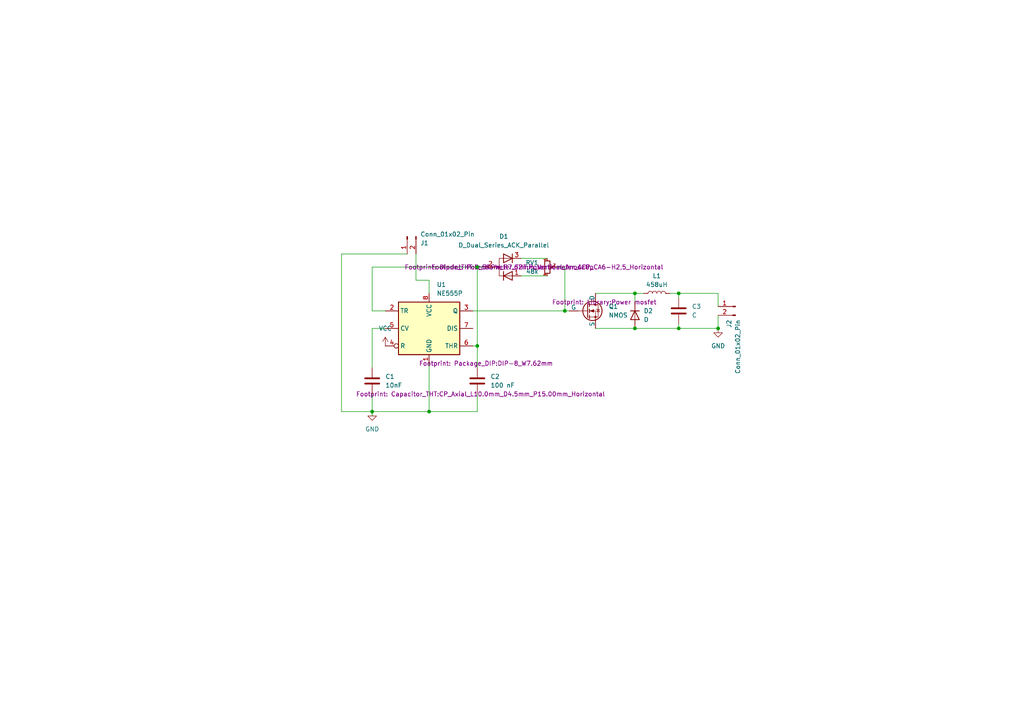
<source format=kicad_sch>
(kicad_sch
	(version 20231120)
	(generator "eeschema")
	(generator_version "8.0")
	(uuid "a7a8d136-4420-4dc2-9249-6b1c8a6fca4c")
	(paper "A4")
	(lib_symbols
		(symbol "Connector:Conn_01x02_Pin"
			(pin_names
				(offset 1.016) hide)
			(exclude_from_sim no)
			(in_bom yes)
			(on_board yes)
			(property "Reference" "J"
				(at 0 2.54 0)
				(effects
					(font
						(size 1.27 1.27)
					)
				)
			)
			(property "Value" "Conn_01x02_Pin"
				(at 0 -5.08 0)
				(effects
					(font
						(size 1.27 1.27)
					)
				)
			)
			(property "Footprint" ""
				(at 0 0 0)
				(effects
					(font
						(size 1.27 1.27)
					)
					(hide yes)
				)
			)
			(property "Datasheet" "~"
				(at 0 0 0)
				(effects
					(font
						(size 1.27 1.27)
					)
					(hide yes)
				)
			)
			(property "Description" "Generic connector, single row, 01x02, script generated"
				(at 0 0 0)
				(effects
					(font
						(size 1.27 1.27)
					)
					(hide yes)
				)
			)
			(property "ki_locked" ""
				(at 0 0 0)
				(effects
					(font
						(size 1.27 1.27)
					)
				)
			)
			(property "ki_keywords" "connector"
				(at 0 0 0)
				(effects
					(font
						(size 1.27 1.27)
					)
					(hide yes)
				)
			)
			(property "ki_fp_filters" "Connector*:*_1x??_*"
				(at 0 0 0)
				(effects
					(font
						(size 1.27 1.27)
					)
					(hide yes)
				)
			)
			(symbol "Conn_01x02_Pin_1_1"
				(polyline
					(pts
						(xy 1.27 -2.54) (xy 0.8636 -2.54)
					)
					(stroke
						(width 0.1524)
						(type default)
					)
					(fill
						(type none)
					)
				)
				(polyline
					(pts
						(xy 1.27 0) (xy 0.8636 0)
					)
					(stroke
						(width 0.1524)
						(type default)
					)
					(fill
						(type none)
					)
				)
				(rectangle
					(start 0.8636 -2.413)
					(end 0 -2.667)
					(stroke
						(width 0.1524)
						(type default)
					)
					(fill
						(type outline)
					)
				)
				(rectangle
					(start 0.8636 0.127)
					(end 0 -0.127)
					(stroke
						(width 0.1524)
						(type default)
					)
					(fill
						(type outline)
					)
				)
				(pin passive line
					(at 5.08 0 180)
					(length 3.81)
					(name "Pin_1"
						(effects
							(font
								(size 1.27 1.27)
							)
						)
					)
					(number "1"
						(effects
							(font
								(size 1.27 1.27)
							)
						)
					)
				)
				(pin passive line
					(at 5.08 -2.54 180)
					(length 3.81)
					(name "Pin_2"
						(effects
							(font
								(size 1.27 1.27)
							)
						)
					)
					(number "2"
						(effects
							(font
								(size 1.27 1.27)
							)
						)
					)
				)
			)
		)
		(symbol "Device:C"
			(pin_numbers hide)
			(pin_names
				(offset 0.254)
			)
			(exclude_from_sim no)
			(in_bom yes)
			(on_board yes)
			(property "Reference" "C"
				(at 0.635 2.54 0)
				(effects
					(font
						(size 1.27 1.27)
					)
					(justify left)
				)
			)
			(property "Value" "C"
				(at 0.635 -2.54 0)
				(effects
					(font
						(size 1.27 1.27)
					)
					(justify left)
				)
			)
			(property "Footprint" ""
				(at 0.9652 -3.81 0)
				(effects
					(font
						(size 1.27 1.27)
					)
					(hide yes)
				)
			)
			(property "Datasheet" "~"
				(at 0 0 0)
				(effects
					(font
						(size 1.27 1.27)
					)
					(hide yes)
				)
			)
			(property "Description" "Unpolarized capacitor"
				(at 0 0 0)
				(effects
					(font
						(size 1.27 1.27)
					)
					(hide yes)
				)
			)
			(property "ki_keywords" "cap capacitor"
				(at 0 0 0)
				(effects
					(font
						(size 1.27 1.27)
					)
					(hide yes)
				)
			)
			(property "ki_fp_filters" "C_*"
				(at 0 0 0)
				(effects
					(font
						(size 1.27 1.27)
					)
					(hide yes)
				)
			)
			(symbol "C_0_1"
				(polyline
					(pts
						(xy -2.032 -0.762) (xy 2.032 -0.762)
					)
					(stroke
						(width 0.508)
						(type default)
					)
					(fill
						(type none)
					)
				)
				(polyline
					(pts
						(xy -2.032 0.762) (xy 2.032 0.762)
					)
					(stroke
						(width 0.508)
						(type default)
					)
					(fill
						(type none)
					)
				)
			)
			(symbol "C_1_1"
				(pin passive line
					(at 0 3.81 270)
					(length 2.794)
					(name "~"
						(effects
							(font
								(size 1.27 1.27)
							)
						)
					)
					(number "1"
						(effects
							(font
								(size 1.27 1.27)
							)
						)
					)
				)
				(pin passive line
					(at 0 -3.81 90)
					(length 2.794)
					(name "~"
						(effects
							(font
								(size 1.27 1.27)
							)
						)
					)
					(number "2"
						(effects
							(font
								(size 1.27 1.27)
							)
						)
					)
				)
			)
		)
		(symbol "Device:D"
			(pin_numbers hide)
			(pin_names
				(offset 1.016) hide)
			(exclude_from_sim no)
			(in_bom yes)
			(on_board yes)
			(property "Reference" "D"
				(at 0 2.54 0)
				(effects
					(font
						(size 1.27 1.27)
					)
				)
			)
			(property "Value" "D"
				(at 0 -2.54 0)
				(effects
					(font
						(size 1.27 1.27)
					)
				)
			)
			(property "Footprint" ""
				(at 0 0 0)
				(effects
					(font
						(size 1.27 1.27)
					)
					(hide yes)
				)
			)
			(property "Datasheet" "~"
				(at 0 0 0)
				(effects
					(font
						(size 1.27 1.27)
					)
					(hide yes)
				)
			)
			(property "Description" "Diode"
				(at 0 0 0)
				(effects
					(font
						(size 1.27 1.27)
					)
					(hide yes)
				)
			)
			(property "Sim.Device" "D"
				(at 0 0 0)
				(effects
					(font
						(size 1.27 1.27)
					)
					(hide yes)
				)
			)
			(property "Sim.Pins" "1=K 2=A"
				(at 0 0 0)
				(effects
					(font
						(size 1.27 1.27)
					)
					(hide yes)
				)
			)
			(property "ki_keywords" "diode"
				(at 0 0 0)
				(effects
					(font
						(size 1.27 1.27)
					)
					(hide yes)
				)
			)
			(property "ki_fp_filters" "TO-???* *_Diode_* *SingleDiode* D_*"
				(at 0 0 0)
				(effects
					(font
						(size 1.27 1.27)
					)
					(hide yes)
				)
			)
			(symbol "D_0_1"
				(polyline
					(pts
						(xy -1.27 1.27) (xy -1.27 -1.27)
					)
					(stroke
						(width 0.254)
						(type default)
					)
					(fill
						(type none)
					)
				)
				(polyline
					(pts
						(xy 1.27 0) (xy -1.27 0)
					)
					(stroke
						(width 0)
						(type default)
					)
					(fill
						(type none)
					)
				)
				(polyline
					(pts
						(xy 1.27 1.27) (xy 1.27 -1.27) (xy -1.27 0) (xy 1.27 1.27)
					)
					(stroke
						(width 0.254)
						(type default)
					)
					(fill
						(type none)
					)
				)
			)
			(symbol "D_1_1"
				(pin passive line
					(at -3.81 0 0)
					(length 2.54)
					(name "K"
						(effects
							(font
								(size 1.27 1.27)
							)
						)
					)
					(number "1"
						(effects
							(font
								(size 1.27 1.27)
							)
						)
					)
				)
				(pin passive line
					(at 3.81 0 180)
					(length 2.54)
					(name "A"
						(effects
							(font
								(size 1.27 1.27)
							)
						)
					)
					(number "2"
						(effects
							(font
								(size 1.27 1.27)
							)
						)
					)
				)
			)
		)
		(symbol "Device:D_Dual_Series_ACK_Parallel"
			(pin_names
				(offset 0.762) hide)
			(exclude_from_sim no)
			(in_bom yes)
			(on_board yes)
			(property "Reference" "D"
				(at 0 5.08 0)
				(effects
					(font
						(size 1.27 1.27)
					)
				)
			)
			(property "Value" "D_Dual_Series_ACK_Parallel"
				(at 0 -5.08 0)
				(effects
					(font
						(size 1.27 1.27)
					)
				)
			)
			(property "Footprint" ""
				(at -1.27 0 0)
				(effects
					(font
						(size 1.27 1.27)
					)
					(hide yes)
				)
			)
			(property "Datasheet" "~"
				(at -1.27 0 0)
				(effects
					(font
						(size 1.27 1.27)
					)
					(hide yes)
				)
			)
			(property "Description" "Dual diode, anode/center/cathode"
				(at 0 0 0)
				(effects
					(font
						(size 1.27 1.27)
					)
					(hide yes)
				)
			)
			(property "ki_keywords" "diode"
				(at 0 0 0)
				(effects
					(font
						(size 1.27 1.27)
					)
					(hide yes)
				)
			)
			(symbol "D_Dual_Series_ACK_Parallel_0_0"
				(polyline
					(pts
						(xy 0 -1.27) (xy 0 -3.81)
					)
					(stroke
						(width 0.254)
						(type default)
					)
					(fill
						(type none)
					)
				)
				(polyline
					(pts
						(xy 2.54 3.81) (xy 2.54 1.27)
					)
					(stroke
						(width 0.254)
						(type default)
					)
					(fill
						(type none)
					)
				)
			)
			(symbol "D_Dual_Series_ACK_Parallel_0_1"
				(circle
					(center -1.27 0)
					(radius 0.254)
					(stroke
						(width 0)
						(type default)
					)
					(fill
						(type outline)
					)
				)
				(polyline
					(pts
						(xy -1.27 0) (xy -2.54 0)
					)
					(stroke
						(width 0)
						(type default)
					)
					(fill
						(type none)
					)
				)
				(polyline
					(pts
						(xy 2.54 2.54) (xy -1.27 2.54) (xy -1.27 -2.54) (xy 2.54 -2.54)
					)
					(stroke
						(width 0)
						(type default)
					)
					(fill
						(type none)
					)
				)
				(polyline
					(pts
						(xy 0 3.81) (xy 2.54 2.54) (xy 0 1.27) (xy 0 3.81) (xy 0 3.81) (xy 0 3.81)
					)
					(stroke
						(width 0.254)
						(type default)
					)
					(fill
						(type none)
					)
				)
				(polyline
					(pts
						(xy 2.54 -1.27) (xy 0 -2.54) (xy 2.54 -3.81) (xy 2.54 -1.27) (xy 2.54 -1.27) (xy 2.54 -1.27)
					)
					(stroke
						(width 0.254)
						(type default)
					)
					(fill
						(type none)
					)
				)
				(pin passive line
					(at 5.08 -2.54 180)
					(length 2.54)
					(name "A"
						(effects
							(font
								(size 1.27 1.27)
							)
						)
					)
					(number "1"
						(effects
							(font
								(size 1.27 1.27)
							)
						)
					)
				)
				(pin passive line
					(at -5.08 0 0)
					(length 2.54)
					(name "common"
						(effects
							(font
								(size 1.27 1.27)
							)
						)
					)
					(number "2"
						(effects
							(font
								(size 1.27 1.27)
							)
						)
					)
				)
				(pin passive line
					(at 5.08 2.54 180)
					(length 2.54)
					(name "K"
						(effects
							(font
								(size 1.27 1.27)
							)
						)
					)
					(number "3"
						(effects
							(font
								(size 1.27 1.27)
							)
						)
					)
				)
			)
		)
		(symbol "Device:L"
			(pin_numbers hide)
			(pin_names
				(offset 1.016) hide)
			(exclude_from_sim no)
			(in_bom yes)
			(on_board yes)
			(property "Reference" "L"
				(at -1.27 0 90)
				(effects
					(font
						(size 1.27 1.27)
					)
				)
			)
			(property "Value" "L"
				(at 1.905 0 90)
				(effects
					(font
						(size 1.27 1.27)
					)
				)
			)
			(property "Footprint" ""
				(at 0 0 0)
				(effects
					(font
						(size 1.27 1.27)
					)
					(hide yes)
				)
			)
			(property "Datasheet" "~"
				(at 0 0 0)
				(effects
					(font
						(size 1.27 1.27)
					)
					(hide yes)
				)
			)
			(property "Description" "Inductor"
				(at 0 0 0)
				(effects
					(font
						(size 1.27 1.27)
					)
					(hide yes)
				)
			)
			(property "ki_keywords" "inductor choke coil reactor magnetic"
				(at 0 0 0)
				(effects
					(font
						(size 1.27 1.27)
					)
					(hide yes)
				)
			)
			(property "ki_fp_filters" "Choke_* *Coil* Inductor_* L_*"
				(at 0 0 0)
				(effects
					(font
						(size 1.27 1.27)
					)
					(hide yes)
				)
			)
			(symbol "L_0_1"
				(arc
					(start 0 -2.54)
					(mid 0.6323 -1.905)
					(end 0 -1.27)
					(stroke
						(width 0)
						(type default)
					)
					(fill
						(type none)
					)
				)
				(arc
					(start 0 -1.27)
					(mid 0.6323 -0.635)
					(end 0 0)
					(stroke
						(width 0)
						(type default)
					)
					(fill
						(type none)
					)
				)
				(arc
					(start 0 0)
					(mid 0.6323 0.635)
					(end 0 1.27)
					(stroke
						(width 0)
						(type default)
					)
					(fill
						(type none)
					)
				)
				(arc
					(start 0 1.27)
					(mid 0.6323 1.905)
					(end 0 2.54)
					(stroke
						(width 0)
						(type default)
					)
					(fill
						(type none)
					)
				)
			)
			(symbol "L_1_1"
				(pin passive line
					(at 0 3.81 270)
					(length 1.27)
					(name "1"
						(effects
							(font
								(size 1.27 1.27)
							)
						)
					)
					(number "1"
						(effects
							(font
								(size 1.27 1.27)
							)
						)
					)
				)
				(pin passive line
					(at 0 -3.81 90)
					(length 1.27)
					(name "2"
						(effects
							(font
								(size 1.27 1.27)
							)
						)
					)
					(number "2"
						(effects
							(font
								(size 1.27 1.27)
							)
						)
					)
				)
			)
		)
		(symbol "Device:R_Potentiometer_Small"
			(pin_names
				(offset 1.016) hide)
			(exclude_from_sim no)
			(in_bom yes)
			(on_board yes)
			(property "Reference" "RV"
				(at -4.445 0 90)
				(effects
					(font
						(size 1.27 1.27)
					)
				)
			)
			(property "Value" "R_Potentiometer_Small"
				(at -2.54 0 90)
				(effects
					(font
						(size 1.27 1.27)
					)
				)
			)
			(property "Footprint" ""
				(at 0 0 0)
				(effects
					(font
						(size 1.27 1.27)
					)
					(hide yes)
				)
			)
			(property "Datasheet" "~"
				(at 0 0 0)
				(effects
					(font
						(size 1.27 1.27)
					)
					(hide yes)
				)
			)
			(property "Description" "Potentiometer"
				(at 0 0 0)
				(effects
					(font
						(size 1.27 1.27)
					)
					(hide yes)
				)
			)
			(property "ki_keywords" "resistor variable"
				(at 0 0 0)
				(effects
					(font
						(size 1.27 1.27)
					)
					(hide yes)
				)
			)
			(property "ki_fp_filters" "Potentiometer*"
				(at 0 0 0)
				(effects
					(font
						(size 1.27 1.27)
					)
					(hide yes)
				)
			)
			(symbol "R_Potentiometer_Small_0_1"
				(polyline
					(pts
						(xy 0.889 0) (xy 0.635 0) (xy 1.651 0.381) (xy 1.651 -0.381) (xy 0.635 0) (xy 0.889 0)
					)
					(stroke
						(width 0)
						(type default)
					)
					(fill
						(type outline)
					)
				)
				(rectangle
					(start 0.762 1.8034)
					(end -0.762 -1.8034)
					(stroke
						(width 0.254)
						(type default)
					)
					(fill
						(type none)
					)
				)
			)
			(symbol "R_Potentiometer_Small_1_1"
				(pin passive line
					(at 0 2.54 270)
					(length 0.635)
					(name "1"
						(effects
							(font
								(size 0.635 0.635)
							)
						)
					)
					(number "1"
						(effects
							(font
								(size 0.635 0.635)
							)
						)
					)
				)
				(pin passive line
					(at 2.54 0 180)
					(length 0.9906)
					(name "2"
						(effects
							(font
								(size 0.635 0.635)
							)
						)
					)
					(number "2"
						(effects
							(font
								(size 0.635 0.635)
							)
						)
					)
				)
				(pin passive line
					(at 0 -2.54 90)
					(length 0.635)
					(name "3"
						(effects
							(font
								(size 0.635 0.635)
							)
						)
					)
					(number "3"
						(effects
							(font
								(size 0.635 0.635)
							)
						)
					)
				)
			)
		)
		(symbol "Simulation_SPICE:NMOS"
			(pin_numbers hide)
			(pin_names
				(offset 0)
			)
			(exclude_from_sim no)
			(in_bom yes)
			(on_board yes)
			(property "Reference" "Q"
				(at 5.08 1.27 0)
				(effects
					(font
						(size 1.27 1.27)
					)
					(justify left)
				)
			)
			(property "Value" "NMOS"
				(at 5.08 -1.27 0)
				(effects
					(font
						(size 1.27 1.27)
					)
					(justify left)
				)
			)
			(property "Footprint" ""
				(at 5.08 2.54 0)
				(effects
					(font
						(size 1.27 1.27)
					)
					(hide yes)
				)
			)
			(property "Datasheet" "https://ngspice.sourceforge.io/docs/ngspice-html-manual/manual.xhtml#cha_MOSFETs"
				(at 0 -12.7 0)
				(effects
					(font
						(size 1.27 1.27)
					)
					(hide yes)
				)
			)
			(property "Description" "N-MOSFET transistor, drain/source/gate"
				(at 0 0 0)
				(effects
					(font
						(size 1.27 1.27)
					)
					(hide yes)
				)
			)
			(property "Sim.Device" "NMOS"
				(at 0 -17.145 0)
				(effects
					(font
						(size 1.27 1.27)
					)
					(hide yes)
				)
			)
			(property "Sim.Type" "VDMOS"
				(at 0 -19.05 0)
				(effects
					(font
						(size 1.27 1.27)
					)
					(hide yes)
				)
			)
			(property "Sim.Pins" "1=D 2=G 3=S"
				(at 0 -15.24 0)
				(effects
					(font
						(size 1.27 1.27)
					)
					(hide yes)
				)
			)
			(property "ki_keywords" "transistor NMOS N-MOS N-MOSFET simulation"
				(at 0 0 0)
				(effects
					(font
						(size 1.27 1.27)
					)
					(hide yes)
				)
			)
			(symbol "NMOS_0_1"
				(polyline
					(pts
						(xy 0.254 0) (xy -2.54 0)
					)
					(stroke
						(width 0)
						(type default)
					)
					(fill
						(type none)
					)
				)
				(polyline
					(pts
						(xy 0.254 1.905) (xy 0.254 -1.905)
					)
					(stroke
						(width 0.254)
						(type default)
					)
					(fill
						(type none)
					)
				)
				(polyline
					(pts
						(xy 0.762 -1.27) (xy 0.762 -2.286)
					)
					(stroke
						(width 0.254)
						(type default)
					)
					(fill
						(type none)
					)
				)
				(polyline
					(pts
						(xy 0.762 0.508) (xy 0.762 -0.508)
					)
					(stroke
						(width 0.254)
						(type default)
					)
					(fill
						(type none)
					)
				)
				(polyline
					(pts
						(xy 0.762 2.286) (xy 0.762 1.27)
					)
					(stroke
						(width 0.254)
						(type default)
					)
					(fill
						(type none)
					)
				)
				(polyline
					(pts
						(xy 2.54 2.54) (xy 2.54 1.778)
					)
					(stroke
						(width 0)
						(type default)
					)
					(fill
						(type none)
					)
				)
				(polyline
					(pts
						(xy 2.54 -2.54) (xy 2.54 0) (xy 0.762 0)
					)
					(stroke
						(width 0)
						(type default)
					)
					(fill
						(type none)
					)
				)
				(polyline
					(pts
						(xy 0.762 -1.778) (xy 3.302 -1.778) (xy 3.302 1.778) (xy 0.762 1.778)
					)
					(stroke
						(width 0)
						(type default)
					)
					(fill
						(type none)
					)
				)
				(polyline
					(pts
						(xy 1.016 0) (xy 2.032 0.381) (xy 2.032 -0.381) (xy 1.016 0)
					)
					(stroke
						(width 0)
						(type default)
					)
					(fill
						(type outline)
					)
				)
				(polyline
					(pts
						(xy 2.794 0.508) (xy 2.921 0.381) (xy 3.683 0.381) (xy 3.81 0.254)
					)
					(stroke
						(width 0)
						(type default)
					)
					(fill
						(type none)
					)
				)
				(polyline
					(pts
						(xy 3.302 0.381) (xy 2.921 -0.254) (xy 3.683 -0.254) (xy 3.302 0.381)
					)
					(stroke
						(width 0)
						(type default)
					)
					(fill
						(type none)
					)
				)
				(circle
					(center 1.651 0)
					(radius 2.794)
					(stroke
						(width 0.254)
						(type default)
					)
					(fill
						(type none)
					)
				)
				(circle
					(center 2.54 -1.778)
					(radius 0.254)
					(stroke
						(width 0)
						(type default)
					)
					(fill
						(type outline)
					)
				)
				(circle
					(center 2.54 1.778)
					(radius 0.254)
					(stroke
						(width 0)
						(type default)
					)
					(fill
						(type outline)
					)
				)
			)
			(symbol "NMOS_1_1"
				(pin passive line
					(at 2.54 5.08 270)
					(length 2.54)
					(name "D"
						(effects
							(font
								(size 1.27 1.27)
							)
						)
					)
					(number "1"
						(effects
							(font
								(size 1.27 1.27)
							)
						)
					)
				)
				(pin input line
					(at -5.08 0 0)
					(length 2.54)
					(name "G"
						(effects
							(font
								(size 1.27 1.27)
							)
						)
					)
					(number "2"
						(effects
							(font
								(size 1.27 1.27)
							)
						)
					)
				)
				(pin passive line
					(at 2.54 -5.08 90)
					(length 2.54)
					(name "S"
						(effects
							(font
								(size 1.27 1.27)
							)
						)
					)
					(number "3"
						(effects
							(font
								(size 1.27 1.27)
							)
						)
					)
				)
			)
		)
		(symbol "Timer:NE555P"
			(exclude_from_sim no)
			(in_bom yes)
			(on_board yes)
			(property "Reference" "U"
				(at -10.16 8.89 0)
				(effects
					(font
						(size 1.27 1.27)
					)
					(justify left)
				)
			)
			(property "Value" "NE555P"
				(at 2.54 8.89 0)
				(effects
					(font
						(size 1.27 1.27)
					)
					(justify left)
				)
			)
			(property "Footprint" "Package_DIP:DIP-8_W7.62mm"
				(at 16.51 -10.16 0)
				(effects
					(font
						(size 1.27 1.27)
					)
					(hide yes)
				)
			)
			(property "Datasheet" "http://www.ti.com/lit/ds/symlink/ne555.pdf"
				(at 21.59 -10.16 0)
				(effects
					(font
						(size 1.27 1.27)
					)
					(hide yes)
				)
			)
			(property "Description" "Precision Timers, 555 compatible,  PDIP-8"
				(at 0 0 0)
				(effects
					(font
						(size 1.27 1.27)
					)
					(hide yes)
				)
			)
			(property "ki_keywords" "single timer 555"
				(at 0 0 0)
				(effects
					(font
						(size 1.27 1.27)
					)
					(hide yes)
				)
			)
			(property "ki_fp_filters" "DIP*W7.62mm*"
				(at 0 0 0)
				(effects
					(font
						(size 1.27 1.27)
					)
					(hide yes)
				)
			)
			(symbol "NE555P_0_0"
				(pin power_in line
					(at 0 -10.16 90)
					(length 2.54)
					(name "GND"
						(effects
							(font
								(size 1.27 1.27)
							)
						)
					)
					(number "1"
						(effects
							(font
								(size 1.27 1.27)
							)
						)
					)
				)
				(pin power_in line
					(at 0 10.16 270)
					(length 2.54)
					(name "VCC"
						(effects
							(font
								(size 1.27 1.27)
							)
						)
					)
					(number "8"
						(effects
							(font
								(size 1.27 1.27)
							)
						)
					)
				)
			)
			(symbol "NE555P_0_1"
				(rectangle
					(start -8.89 -7.62)
					(end 8.89 7.62)
					(stroke
						(width 0.254)
						(type default)
					)
					(fill
						(type background)
					)
				)
				(rectangle
					(start -8.89 -7.62)
					(end 8.89 7.62)
					(stroke
						(width 0.254)
						(type default)
					)
					(fill
						(type background)
					)
				)
			)
			(symbol "NE555P_1_1"
				(pin input line
					(at -12.7 5.08 0)
					(length 3.81)
					(name "TR"
						(effects
							(font
								(size 1.27 1.27)
							)
						)
					)
					(number "2"
						(effects
							(font
								(size 1.27 1.27)
							)
						)
					)
				)
				(pin output line
					(at 12.7 5.08 180)
					(length 3.81)
					(name "Q"
						(effects
							(font
								(size 1.27 1.27)
							)
						)
					)
					(number "3"
						(effects
							(font
								(size 1.27 1.27)
							)
						)
					)
				)
				(pin input inverted
					(at -12.7 -5.08 0)
					(length 3.81)
					(name "R"
						(effects
							(font
								(size 1.27 1.27)
							)
						)
					)
					(number "4"
						(effects
							(font
								(size 1.27 1.27)
							)
						)
					)
				)
				(pin input line
					(at -12.7 0 0)
					(length 3.81)
					(name "CV"
						(effects
							(font
								(size 1.27 1.27)
							)
						)
					)
					(number "5"
						(effects
							(font
								(size 1.27 1.27)
							)
						)
					)
				)
				(pin input line
					(at 12.7 -5.08 180)
					(length 3.81)
					(name "THR"
						(effects
							(font
								(size 1.27 1.27)
							)
						)
					)
					(number "6"
						(effects
							(font
								(size 1.27 1.27)
							)
						)
					)
				)
				(pin input line
					(at 12.7 0 180)
					(length 3.81)
					(name "DIS"
						(effects
							(font
								(size 1.27 1.27)
							)
						)
					)
					(number "7"
						(effects
							(font
								(size 1.27 1.27)
							)
						)
					)
				)
			)
		)
		(symbol "power:GND"
			(power)
			(pin_numbers hide)
			(pin_names
				(offset 0) hide)
			(exclude_from_sim no)
			(in_bom yes)
			(on_board yes)
			(property "Reference" "#PWR"
				(at 0 -6.35 0)
				(effects
					(font
						(size 1.27 1.27)
					)
					(hide yes)
				)
			)
			(property "Value" "GND"
				(at 0 -3.81 0)
				(effects
					(font
						(size 1.27 1.27)
					)
				)
			)
			(property "Footprint" ""
				(at 0 0 0)
				(effects
					(font
						(size 1.27 1.27)
					)
					(hide yes)
				)
			)
			(property "Datasheet" ""
				(at 0 0 0)
				(effects
					(font
						(size 1.27 1.27)
					)
					(hide yes)
				)
			)
			(property "Description" "Power symbol creates a global label with name \"GND\" , ground"
				(at 0 0 0)
				(effects
					(font
						(size 1.27 1.27)
					)
					(hide yes)
				)
			)
			(property "ki_keywords" "global power"
				(at 0 0 0)
				(effects
					(font
						(size 1.27 1.27)
					)
					(hide yes)
				)
			)
			(symbol "GND_0_1"
				(polyline
					(pts
						(xy 0 0) (xy 0 -1.27) (xy 1.27 -1.27) (xy 0 -2.54) (xy -1.27 -1.27) (xy 0 -1.27)
					)
					(stroke
						(width 0)
						(type default)
					)
					(fill
						(type none)
					)
				)
			)
			(symbol "GND_1_1"
				(pin power_in line
					(at 0 0 270)
					(length 0)
					(name "~"
						(effects
							(font
								(size 1.27 1.27)
							)
						)
					)
					(number "1"
						(effects
							(font
								(size 1.27 1.27)
							)
						)
					)
				)
			)
		)
		(symbol "power:VCC"
			(power)
			(pin_numbers hide)
			(pin_names
				(offset 0) hide)
			(exclude_from_sim no)
			(in_bom yes)
			(on_board yes)
			(property "Reference" "#PWR"
				(at 0 -3.81 0)
				(effects
					(font
						(size 1.27 1.27)
					)
					(hide yes)
				)
			)
			(property "Value" "VCC"
				(at 0 3.556 0)
				(effects
					(font
						(size 1.27 1.27)
					)
				)
			)
			(property "Footprint" ""
				(at 0 0 0)
				(effects
					(font
						(size 1.27 1.27)
					)
					(hide yes)
				)
			)
			(property "Datasheet" ""
				(at 0 0 0)
				(effects
					(font
						(size 1.27 1.27)
					)
					(hide yes)
				)
			)
			(property "Description" "Power symbol creates a global label with name \"VCC\""
				(at 0 0 0)
				(effects
					(font
						(size 1.27 1.27)
					)
					(hide yes)
				)
			)
			(property "ki_keywords" "global power"
				(at 0 0 0)
				(effects
					(font
						(size 1.27 1.27)
					)
					(hide yes)
				)
			)
			(symbol "VCC_0_1"
				(polyline
					(pts
						(xy -0.762 1.27) (xy 0 2.54)
					)
					(stroke
						(width 0)
						(type default)
					)
					(fill
						(type none)
					)
				)
				(polyline
					(pts
						(xy 0 0) (xy 0 2.54)
					)
					(stroke
						(width 0)
						(type default)
					)
					(fill
						(type none)
					)
				)
				(polyline
					(pts
						(xy 0 2.54) (xy 0.762 1.27)
					)
					(stroke
						(width 0)
						(type default)
					)
					(fill
						(type none)
					)
				)
			)
			(symbol "VCC_1_1"
				(pin power_in line
					(at 0 0 90)
					(length 0)
					(name "~"
						(effects
							(font
								(size 1.27 1.27)
							)
						)
					)
					(number "1"
						(effects
							(font
								(size 1.27 1.27)
							)
						)
					)
				)
			)
		)
	)
	(junction
		(at 184.15 85.09)
		(diameter 0)
		(color 0 0 0 0)
		(uuid "0d82b916-e97e-4030-aa8d-c3a6b9235fa1")
	)
	(junction
		(at 163.83 90.17)
		(diameter 0)
		(color 0 0 0 0)
		(uuid "195ca12e-d66b-4ea4-b6bb-8fe68bd1e36d")
	)
	(junction
		(at 184.15 95.25)
		(diameter 0)
		(color 0 0 0 0)
		(uuid "30e7dae1-e24f-48c9-81bb-4f545424d81e")
	)
	(junction
		(at 208.28 95.25)
		(diameter 0)
		(color 0 0 0 0)
		(uuid "57f36038-336e-428a-b644-48c9c7afcec2")
	)
	(junction
		(at 196.85 85.09)
		(diameter 0)
		(color 0 0 0 0)
		(uuid "5ee30693-fa5f-4c73-9b7a-ace45b258319")
	)
	(junction
		(at 138.43 100.33)
		(diameter 0)
		(color 0 0 0 0)
		(uuid "8beb59a5-31cf-4911-ab8b-6cc2b69c9b54")
	)
	(junction
		(at 124.46 119.38)
		(diameter 0)
		(color 0 0 0 0)
		(uuid "a22e66c6-ae73-4a42-9321-17eb39c13db1")
	)
	(junction
		(at 196.85 95.25)
		(diameter 0)
		(color 0 0 0 0)
		(uuid "ac7e9cf4-6b53-464c-a3d2-ffbdaafb652a")
	)
	(junction
		(at 107.95 119.38)
		(diameter 0)
		(color 0 0 0 0)
		(uuid "f14073be-592b-48af-be71-f521ae4ad1af")
	)
	(junction
		(at 138.43 77.47)
		(diameter 0)
		(color 0 0 0 0)
		(uuid "f42ff994-8ee4-402d-a0c1-27eae4c2eed4")
	)
	(wire
		(pts
			(xy 208.28 91.44) (xy 208.28 95.25)
		)
		(stroke
			(width 0)
			(type default)
		)
		(uuid "08b551a7-82b5-4002-b3e5-32124dc83df0")
	)
	(wire
		(pts
			(xy 107.95 119.38) (xy 107.95 114.3)
		)
		(stroke
			(width 0)
			(type default)
		)
		(uuid "092eb48e-3d77-4804-9b93-deaa377df8ad")
	)
	(wire
		(pts
			(xy 165.1 90.17) (xy 163.83 90.17)
		)
		(stroke
			(width 0)
			(type default)
		)
		(uuid "0c88da98-9adc-43ac-8c9d-36e44f2341de")
	)
	(wire
		(pts
			(xy 138.43 119.38) (xy 124.46 119.38)
		)
		(stroke
			(width 0)
			(type default)
		)
		(uuid "0ffba94c-d001-44c1-b10e-e44a6d295884")
	)
	(wire
		(pts
			(xy 124.46 81.28) (xy 120.65 81.28)
		)
		(stroke
			(width 0)
			(type default)
		)
		(uuid "204e25f6-bab9-49c5-be17-4d4cb6e59227")
	)
	(wire
		(pts
			(xy 107.95 95.25) (xy 111.76 95.25)
		)
		(stroke
			(width 0)
			(type default)
		)
		(uuid "256e968e-2058-453d-a80b-89a3755d98c7")
	)
	(wire
		(pts
			(xy 196.85 85.09) (xy 194.31 85.09)
		)
		(stroke
			(width 0)
			(type default)
		)
		(uuid "36e1e78f-e2b7-4dfa-bd4b-7457c7903ce9")
	)
	(wire
		(pts
			(xy 161.29 77.47) (xy 163.83 77.47)
		)
		(stroke
			(width 0)
			(type default)
		)
		(uuid "3f01479d-a706-4c6c-8a9b-6fcba1cd503d")
	)
	(wire
		(pts
			(xy 138.43 100.33) (xy 138.43 106.68)
		)
		(stroke
			(width 0)
			(type default)
		)
		(uuid "3fec3964-515e-4f09-b477-4d7311add587")
	)
	(wire
		(pts
			(xy 124.46 119.38) (xy 107.95 119.38)
		)
		(stroke
			(width 0)
			(type default)
		)
		(uuid "4067584a-b033-4f60-b8a1-f16d5a004505")
	)
	(wire
		(pts
			(xy 138.43 77.47) (xy 140.97 77.47)
		)
		(stroke
			(width 0)
			(type default)
		)
		(uuid "48e3342a-fcb0-46b9-bedf-13e8b3938c28")
	)
	(wire
		(pts
			(xy 120.65 81.28) (xy 120.65 73.66)
		)
		(stroke
			(width 0)
			(type default)
		)
		(uuid "4b65556b-ca9d-4483-b650-c615e7953131")
	)
	(wire
		(pts
			(xy 107.95 119.38) (xy 99.06 119.38)
		)
		(stroke
			(width 0)
			(type default)
		)
		(uuid "4df901a1-a3a0-400a-9494-a39b23544c95")
	)
	(wire
		(pts
			(xy 107.95 106.68) (xy 107.95 95.25)
		)
		(stroke
			(width 0)
			(type default)
		)
		(uuid "5525088c-edd6-4cfc-a219-3520bdd00dfd")
	)
	(wire
		(pts
			(xy 196.85 93.98) (xy 196.85 95.25)
		)
		(stroke
			(width 0)
			(type default)
		)
		(uuid "57970e5d-ff93-46eb-8d50-5f6a9aacf7ed")
	)
	(wire
		(pts
			(xy 137.16 100.33) (xy 138.43 100.33)
		)
		(stroke
			(width 0)
			(type default)
		)
		(uuid "5dd3469e-234e-4811-a956-83e7cd83c815")
	)
	(wire
		(pts
			(xy 208.28 85.09) (xy 208.28 88.9)
		)
		(stroke
			(width 0)
			(type default)
		)
		(uuid "646e5e24-117f-402d-8ece-51caf9f1ee23")
	)
	(wire
		(pts
			(xy 151.13 80.01) (xy 158.75 80.01)
		)
		(stroke
			(width 0)
			(type default)
		)
		(uuid "654117a5-9486-4dc9-bd03-82e9c3cf3859")
	)
	(wire
		(pts
			(xy 138.43 77.47) (xy 138.43 100.33)
		)
		(stroke
			(width 0)
			(type default)
		)
		(uuid "669d1576-bb78-4766-a50f-77f25ae4ce52")
	)
	(wire
		(pts
			(xy 124.46 85.09) (xy 124.46 81.28)
		)
		(stroke
			(width 0)
			(type default)
		)
		(uuid "6cb40ccd-a8a4-4ec0-b965-858664571b6a")
	)
	(wire
		(pts
			(xy 107.95 77.47) (xy 138.43 77.47)
		)
		(stroke
			(width 0)
			(type default)
		)
		(uuid "7a0aaf0a-02e8-4844-b704-7f621d5e2c91")
	)
	(wire
		(pts
			(xy 196.85 85.09) (xy 208.28 85.09)
		)
		(stroke
			(width 0)
			(type default)
		)
		(uuid "7c5df3cc-7120-43ad-afef-f558214a89bb")
	)
	(wire
		(pts
			(xy 138.43 114.3) (xy 138.43 119.38)
		)
		(stroke
			(width 0)
			(type default)
		)
		(uuid "8247f3cc-3e61-403f-8fc4-da0f1a20bce9")
	)
	(wire
		(pts
			(xy 172.72 95.25) (xy 184.15 95.25)
		)
		(stroke
			(width 0)
			(type default)
		)
		(uuid "8255e726-1967-44f2-b02d-c37f72cbf4d5")
	)
	(wire
		(pts
			(xy 208.28 95.25) (xy 196.85 95.25)
		)
		(stroke
			(width 0)
			(type default)
		)
		(uuid "8ca48018-cdce-45c5-8a54-59cf6043865b")
	)
	(wire
		(pts
			(xy 107.95 119.38) (xy 107.95 120.65)
		)
		(stroke
			(width 0)
			(type default)
		)
		(uuid "a3e7f0a4-c564-447f-8695-81c32e7b453b")
	)
	(wire
		(pts
			(xy 163.83 77.47) (xy 163.83 90.17)
		)
		(stroke
			(width 0)
			(type default)
		)
		(uuid "a6e2ae95-c347-4e8b-bc86-d8cfc89dc9c6")
	)
	(wire
		(pts
			(xy 172.72 85.09) (xy 184.15 85.09)
		)
		(stroke
			(width 0)
			(type default)
		)
		(uuid "a7d9f8f1-d013-4870-87ff-da789c03886a")
	)
	(wire
		(pts
			(xy 184.15 95.25) (xy 196.85 95.25)
		)
		(stroke
			(width 0)
			(type default)
		)
		(uuid "ad242172-3ba5-4c68-8d92-8b41a7005820")
	)
	(wire
		(pts
			(xy 107.95 77.47) (xy 107.95 90.17)
		)
		(stroke
			(width 0)
			(type default)
		)
		(uuid "c309b929-7a9d-4a95-b644-e06906be997d")
	)
	(wire
		(pts
			(xy 137.16 90.17) (xy 163.83 90.17)
		)
		(stroke
			(width 0)
			(type default)
		)
		(uuid "c61ef9a8-7647-4ac4-8ab5-f29de564cd54")
	)
	(wire
		(pts
			(xy 151.13 74.93) (xy 158.75 74.93)
		)
		(stroke
			(width 0)
			(type default)
		)
		(uuid "cd93e1c2-7708-45c2-86e2-7faf4c8e3292")
	)
	(wire
		(pts
			(xy 107.95 90.17) (xy 111.76 90.17)
		)
		(stroke
			(width 0)
			(type default)
		)
		(uuid "d309ec05-90a9-44c9-a7b7-a7dad86df95b")
	)
	(wire
		(pts
			(xy 99.06 73.66) (xy 118.11 73.66)
		)
		(stroke
			(width 0)
			(type default)
		)
		(uuid "db997026-0a57-4806-8e57-763328b662f6")
	)
	(wire
		(pts
			(xy 196.85 85.09) (xy 196.85 86.36)
		)
		(stroke
			(width 0)
			(type default)
		)
		(uuid "e644a954-2416-4935-afb3-9deba460986e")
	)
	(wire
		(pts
			(xy 184.15 85.09) (xy 186.69 85.09)
		)
		(stroke
			(width 0)
			(type default)
		)
		(uuid "f29335dd-fedc-4738-8f06-33afac9d3ce1")
	)
	(wire
		(pts
			(xy 99.06 73.66) (xy 99.06 119.38)
		)
		(stroke
			(width 0)
			(type default)
		)
		(uuid "f66b57f7-b6ab-4f42-8225-5bf4dc1dd7df")
	)
	(wire
		(pts
			(xy 184.15 85.09) (xy 184.15 87.63)
		)
		(stroke
			(width 0)
			(type default)
		)
		(uuid "f70a6bff-041f-4ba5-89b0-83e4c90b435b")
	)
	(wire
		(pts
			(xy 124.46 105.41) (xy 124.46 119.38)
		)
		(stroke
			(width 0)
			(type default)
		)
		(uuid "fb668456-b6ac-4f8c-a63e-2ed0221b5674")
	)
	(symbol
		(lib_id "Device:D_Dual_Series_ACK_Parallel")
		(at 146.05 77.47 0)
		(unit 1)
		(exclude_from_sim no)
		(in_bom yes)
		(on_board yes)
		(dnp no)
		(fields_autoplaced yes)
		(uuid "118b2c94-1f76-4f46-9c3b-eade172ac467")
		(property "Reference" "D1"
			(at 146.1135 68.58 0)
			(effects
				(font
					(size 1.27 1.27)
				)
			)
		)
		(property "Value" "D_Dual_Series_ACK_Parallel"
			(at 146.1135 71.12 0)
			(effects
				(font
					(size 1.27 1.27)
				)
			)
		)
		(property "Footprint" "Diode_THT:D_5KPW_P7.62mm_Vertical_AnodeUp"
			(at 144.78 77.47 0)
			(show_name yes)
			(effects
				(font
					(size 1.27 1.27)
				)
			)
		)
		(property "Datasheet" "~"
			(at 144.78 77.47 0)
			(effects
				(font
					(size 1.27 1.27)
				)
				(hide yes)
			)
		)
		(property "Description" "Dual diode, anode/center/cathode"
			(at 146.05 77.47 0)
			(effects
				(font
					(size 1.27 1.27)
				)
				(hide yes)
			)
		)
		(pin "3"
			(uuid "f26a6087-0505-41d7-99b9-561d10e9c84c")
		)
		(pin "1"
			(uuid "16ec810e-1020-4921-8e3e-ce6393f5cf33")
		)
		(pin "2"
			(uuid "e007476e-f90e-4493-83e6-15dc72147da8")
		)
		(instances
			(project ""
				(path "/a7a8d136-4420-4dc2-9249-6b1c8a6fca4c"
					(reference "D1")
					(unit 1)
				)
			)
		)
	)
	(symbol
		(lib_id "Connector:Conn_01x02_Pin")
		(at 213.36 88.9 0)
		(mirror y)
		(unit 1)
		(exclude_from_sim no)
		(in_bom yes)
		(on_board yes)
		(dnp no)
		(uuid "18ebdf32-1e5e-422e-b601-bf2debb5d9fc")
		(property "Reference" "J2"
			(at 211.4549 92.71 90)
			(effects
				(font
					(size 1.27 1.27)
				)
				(justify right)
			)
		)
		(property "Value" "Conn_01x02_Pin"
			(at 213.9949 92.71 90)
			(effects
				(font
					(size 1.27 1.27)
				)
				(justify right)
			)
		)
		(property "Footprint" "Connector_PinHeader_1.00mm:PinHeader_1x02_P1.00mm_Vertical"
			(at 213.36 88.9 0)
			(effects
				(font
					(size 1.27 1.27)
				)
				(hide yes)
			)
		)
		(property "Datasheet" "~"
			(at 213.36 88.9 0)
			(effects
				(font
					(size 1.27 1.27)
				)
				(hide yes)
			)
		)
		(property "Description" "Generic connector, single row, 01x02, script generated"
			(at 213.36 88.9 0)
			(effects
				(font
					(size 1.27 1.27)
				)
				(hide yes)
			)
		)
		(pin "2"
			(uuid "df8b9e75-6a6f-4641-9a70-5515fc745812")
		)
		(pin "1"
			(uuid "0ad12885-8e69-44e0-b4bd-931ca175c429")
		)
		(instances
			(project "Buck Converter"
				(path "/a7a8d136-4420-4dc2-9249-6b1c8a6fca4c"
					(reference "J2")
					(unit 1)
				)
			)
		)
	)
	(symbol
		(lib_id "power:GND")
		(at 208.28 95.25 0)
		(unit 1)
		(exclude_from_sim no)
		(in_bom yes)
		(on_board yes)
		(dnp no)
		(fields_autoplaced yes)
		(uuid "1993cfc8-b8c3-436a-b2a4-8b571786ec29")
		(property "Reference" "#PWR04"
			(at 208.28 101.6 0)
			(effects
				(font
					(size 1.27 1.27)
				)
				(hide yes)
			)
		)
		(property "Value" "GND"
			(at 208.28 100.33 0)
			(effects
				(font
					(size 1.27 1.27)
				)
			)
		)
		(property "Footprint" ""
			(at 208.28 95.25 0)
			(effects
				(font
					(size 1.27 1.27)
				)
				(hide yes)
			)
		)
		(property "Datasheet" ""
			(at 208.28 95.25 0)
			(effects
				(font
					(size 1.27 1.27)
				)
				(hide yes)
			)
		)
		(property "Description" "Power symbol creates a global label with name \"GND\" , ground"
			(at 208.28 95.25 0)
			(effects
				(font
					(size 1.27 1.27)
				)
				(hide yes)
			)
		)
		(pin "1"
			(uuid "d46ba58e-844f-4f82-b114-45e3c79cd3f8")
		)
		(instances
			(project ""
				(path "/a7a8d136-4420-4dc2-9249-6b1c8a6fca4c"
					(reference "#PWR04")
					(unit 1)
				)
			)
		)
	)
	(symbol
		(lib_id "Connector:Conn_01x02_Pin")
		(at 118.11 68.58 90)
		(mirror x)
		(unit 1)
		(exclude_from_sim no)
		(in_bom yes)
		(on_board yes)
		(dnp no)
		(uuid "3485dd8e-35df-4266-9d8a-f2fdbd70e442")
		(property "Reference" "J1"
			(at 121.92 70.4851 90)
			(effects
				(font
					(size 1.27 1.27)
				)
				(justify right)
			)
		)
		(property "Value" "Conn_01x02_Pin"
			(at 121.92 67.9451 90)
			(effects
				(font
					(size 1.27 1.27)
				)
				(justify right)
			)
		)
		(property "Footprint" "Connector_PinHeader_1.00mm:PinHeader_1x02_P1.00mm_Vertical"
			(at 118.11 68.58 0)
			(effects
				(font
					(size 1.27 1.27)
				)
				(hide yes)
			)
		)
		(property "Datasheet" "~"
			(at 118.11 68.58 0)
			(effects
				(font
					(size 1.27 1.27)
				)
				(hide yes)
			)
		)
		(property "Description" "Generic connector, single row, 01x02, script generated"
			(at 118.11 68.58 0)
			(effects
				(font
					(size 1.27 1.27)
				)
				(hide yes)
			)
		)
		(pin "2"
			(uuid "3bed93b3-3674-4490-a2b9-830154b391f0")
		)
		(pin "1"
			(uuid "bc970637-93ff-447d-9033-17c350891fd4")
		)
		(instances
			(project ""
				(path "/a7a8d136-4420-4dc2-9249-6b1c8a6fca4c"
					(reference "J1")
					(unit 1)
				)
			)
		)
	)
	(symbol
		(lib_id "Simulation_SPICE:NMOS")
		(at 170.18 90.17 0)
		(unit 1)
		(exclude_from_sim no)
		(in_bom yes)
		(on_board yes)
		(dnp no)
		(fields_autoplaced yes)
		(uuid "5036a57d-270b-46c4-a606-d21e6c3b6a82")
		(property "Reference" "Q1"
			(at 176.53 88.8999 0)
			(effects
				(font
					(size 1.27 1.27)
				)
				(justify left)
			)
		)
		(property "Value" "NMOS"
			(at 176.53 91.4399 0)
			(effects
				(font
					(size 1.27 1.27)
				)
				(justify left)
			)
		)
		(property "Footprint" "Library:Power mosfet"
			(at 175.26 87.63 0)
			(show_name yes)
			(effects
				(font
					(size 1.27 1.27)
				)
			)
		)
		(property "Datasheet" "https://ngspice.sourceforge.io/docs/ngspice-html-manual/manual.xhtml#cha_MOSFETs"
			(at 170.18 102.87 0)
			(effects
				(font
					(size 1.27 1.27)
				)
				(hide yes)
			)
		)
		(property "Description" "N-MOSFET transistor, drain/source/gate"
			(at 170.18 90.17 0)
			(effects
				(font
					(size 1.27 1.27)
				)
				(hide yes)
			)
		)
		(property "Sim.Device" "NMOS"
			(at 170.18 107.315 0)
			(effects
				(font
					(size 1.27 1.27)
				)
				(hide yes)
			)
		)
		(property "Sim.Type" "VDMOS"
			(at 170.18 109.22 0)
			(effects
				(font
					(size 1.27 1.27)
				)
				(hide yes)
			)
		)
		(property "Sim.Pins" "1=D 2=G 3=S"
			(at 170.18 105.41 0)
			(effects
				(font
					(size 1.27 1.27)
				)
				(hide yes)
			)
		)
		(pin "1"
			(uuid "2adfcdb8-ee23-414c-915c-4cf17fe9f611")
		)
		(pin "2"
			(uuid "1e7a77db-8a66-430b-ab73-32c41789245b")
		)
		(pin "3"
			(uuid "fba02471-9410-40a2-94af-2891a9f69d45")
		)
		(instances
			(project ""
				(path "/a7a8d136-4420-4dc2-9249-6b1c8a6fca4c"
					(reference "Q1")
					(unit 1)
				)
			)
		)
	)
	(symbol
		(lib_id "Device:C")
		(at 138.43 110.49 0)
		(unit 1)
		(exclude_from_sim no)
		(in_bom yes)
		(on_board yes)
		(dnp no)
		(fields_autoplaced yes)
		(uuid "7547af4a-4d06-4e89-9593-b28ce7071955")
		(property "Reference" "C2"
			(at 142.24 109.2199 0)
			(effects
				(font
					(size 1.27 1.27)
				)
				(justify left)
			)
		)
		(property "Value" "100 nF"
			(at 142.24 111.7599 0)
			(effects
				(font
					(size 1.27 1.27)
				)
				(justify left)
			)
		)
		(property "Footprint" "Capacitor_THT:CP_Axial_L10.0mm_D4.5mm_P15.00mm_Horizontal"
			(at 139.3952 114.3 0)
			(show_name yes)
			(effects
				(font
					(size 1.27 1.27)
				)
			)
		)
		(property "Datasheet" "~"
			(at 138.43 110.49 0)
			(effects
				(font
					(size 1.27 1.27)
				)
				(hide yes)
			)
		)
		(property "Description" "Unpolarized capacitor"
			(at 138.43 110.49 0)
			(effects
				(font
					(size 1.27 1.27)
				)
				(hide yes)
			)
		)
		(pin "2"
			(uuid "aa3c664c-ec2b-49a9-8472-c73ecb7b85ee")
		)
		(pin "1"
			(uuid "b2afd455-8b59-4c71-8f05-86ae069446fd")
		)
		(instances
			(project ""
				(path "/a7a8d136-4420-4dc2-9249-6b1c8a6fca4c"
					(reference "C2")
					(unit 1)
				)
			)
		)
	)
	(symbol
		(lib_id "Device:D")
		(at 184.15 91.44 270)
		(unit 1)
		(exclude_from_sim no)
		(in_bom yes)
		(on_board yes)
		(dnp no)
		(fields_autoplaced yes)
		(uuid "8968ea0f-7656-416e-a93f-c396eb8735f7")
		(property "Reference" "D2"
			(at 186.69 90.1699 90)
			(effects
				(font
					(size 1.27 1.27)
				)
				(justify left)
			)
		)
		(property "Value" "D"
			(at 186.69 92.7099 90)
			(effects
				(font
					(size 1.27 1.27)
				)
				(justify left)
			)
		)
		(property "Footprint" "Diode_THT:D_5KPW_P7.62mm_Vertical_AnodeUp"
			(at 184.15 91.44 0)
			(effects
				(font
					(size 1.27 1.27)
				)
				(hide yes)
			)
		)
		(property "Datasheet" "~"
			(at 184.15 91.44 0)
			(effects
				(font
					(size 1.27 1.27)
				)
				(hide yes)
			)
		)
		(property "Description" "Diode"
			(at 184.15 91.44 0)
			(effects
				(font
					(size 1.27 1.27)
				)
				(hide yes)
			)
		)
		(property "Sim.Device" "D"
			(at 184.15 91.44 0)
			(effects
				(font
					(size 1.27 1.27)
				)
				(hide yes)
			)
		)
		(property "Sim.Pins" "1=K 2=A"
			(at 184.15 91.44 0)
			(effects
				(font
					(size 1.27 1.27)
				)
				(hide yes)
			)
		)
		(pin "1"
			(uuid "f6f07b7a-84a0-49e0-b313-f0f82ea692db")
		)
		(pin "2"
			(uuid "a420a01d-4547-4a36-9a60-bf4fffc2a02a")
		)
		(instances
			(project ""
				(path "/a7a8d136-4420-4dc2-9249-6b1c8a6fca4c"
					(reference "D2")
					(unit 1)
				)
			)
		)
	)
	(symbol
		(lib_id "power:VCC")
		(at 111.76 100.33 0)
		(unit 1)
		(exclude_from_sim no)
		(in_bom yes)
		(on_board yes)
		(dnp no)
		(fields_autoplaced yes)
		(uuid "8b46b2d9-1207-4509-9cca-9226ba07d6af")
		(property "Reference" "#PWR02"
			(at 111.76 104.14 0)
			(effects
				(font
					(size 1.27 1.27)
				)
				(hide yes)
			)
		)
		(property "Value" "VCC"
			(at 111.76 95.25 0)
			(effects
				(font
					(size 1.27 1.27)
				)
			)
		)
		(property "Footprint" ""
			(at 111.76 100.33 0)
			(effects
				(font
					(size 1.27 1.27)
				)
				(hide yes)
			)
		)
		(property "Datasheet" ""
			(at 111.76 100.33 0)
			(effects
				(font
					(size 1.27 1.27)
				)
				(hide yes)
			)
		)
		(property "Description" "Power symbol creates a global label with name \"VCC\""
			(at 111.76 100.33 0)
			(effects
				(font
					(size 1.27 1.27)
				)
				(hide yes)
			)
		)
		(pin "1"
			(uuid "6f86a9fe-30bb-42a2-9b69-d9bd70788817")
		)
		(instances
			(project ""
				(path "/a7a8d136-4420-4dc2-9249-6b1c8a6fca4c"
					(reference "#PWR02")
					(unit 1)
				)
			)
		)
	)
	(symbol
		(lib_id "Device:C")
		(at 196.85 90.17 0)
		(unit 1)
		(exclude_from_sim no)
		(in_bom yes)
		(on_board yes)
		(dnp no)
		(fields_autoplaced yes)
		(uuid "9fa68853-59d9-406e-bbe6-3372ad7f804a")
		(property "Reference" "C3"
			(at 200.66 88.8999 0)
			(effects
				(font
					(size 1.27 1.27)
				)
				(justify left)
			)
		)
		(property "Value" "C"
			(at 200.66 91.4399 0)
			(effects
				(font
					(size 1.27 1.27)
				)
				(justify left)
			)
		)
		(property "Footprint" "Capacitor_THT:CP_Axial_L10.0mm_D4.5mm_P15.00mm_Horizontal"
			(at 197.8152 93.98 0)
			(effects
				(font
					(size 1.27 1.27)
				)
				(hide yes)
			)
		)
		(property "Datasheet" "~"
			(at 196.85 90.17 0)
			(effects
				(font
					(size 1.27 1.27)
				)
				(hide yes)
			)
		)
		(property "Description" "Unpolarized capacitor"
			(at 196.85 90.17 0)
			(effects
				(font
					(size 1.27 1.27)
				)
				(hide yes)
			)
		)
		(pin "2"
			(uuid "4951309d-339a-48fc-a3fc-22fc4aba24fc")
		)
		(pin "1"
			(uuid "8a11150c-4469-4eee-92a4-b330468c329d")
		)
		(instances
			(project "Buck Converter"
				(path "/a7a8d136-4420-4dc2-9249-6b1c8a6fca4c"
					(reference "C3")
					(unit 1)
				)
			)
		)
	)
	(symbol
		(lib_id "Device:L")
		(at 190.5 85.09 90)
		(unit 1)
		(exclude_from_sim no)
		(in_bom yes)
		(on_board yes)
		(dnp no)
		(fields_autoplaced yes)
		(uuid "b425f399-d480-4392-a96c-d38832039b3b")
		(property "Reference" "L1"
			(at 190.5 80.01 90)
			(effects
				(font
					(size 1.27 1.27)
				)
			)
		)
		(property "Value" "458uH"
			(at 190.5 82.55 90)
			(effects
				(font
					(size 1.27 1.27)
				)
			)
		)
		(property "Footprint" "Inductor_THT_Wurth:L_Wurth_WE-HCFT-2012_LeadDiameter1.2mm"
			(at 190.5 85.09 0)
			(effects
				(font
					(size 1.27 1.27)
				)
				(hide yes)
			)
		)
		(property "Datasheet" "~"
			(at 190.5 85.09 0)
			(effects
				(font
					(size 1.27 1.27)
				)
				(hide yes)
			)
		)
		(property "Description" "Inductor"
			(at 190.5 85.09 0)
			(effects
				(font
					(size 1.27 1.27)
				)
				(hide yes)
			)
		)
		(pin "1"
			(uuid "44ef52f7-1e59-428a-b3a8-8685f16d21d9")
		)
		(pin "2"
			(uuid "4f7f24ae-2415-40e6-94ca-068c41c3143e")
		)
		(instances
			(project ""
				(path "/a7a8d136-4420-4dc2-9249-6b1c8a6fca4c"
					(reference "L1")
					(unit 1)
				)
			)
		)
	)
	(symbol
		(lib_id "Timer:NE555P")
		(at 124.46 95.25 0)
		(unit 1)
		(exclude_from_sim no)
		(in_bom yes)
		(on_board yes)
		(dnp no)
		(fields_autoplaced yes)
		(uuid "be508629-cc61-4c82-ad81-222ac06fb445")
		(property "Reference" "U1"
			(at 126.6541 82.55 0)
			(effects
				(font
					(size 1.27 1.27)
				)
				(justify left)
			)
		)
		(property "Value" "NE555P"
			(at 126.6541 85.09 0)
			(effects
				(font
					(size 1.27 1.27)
				)
				(justify left)
			)
		)
		(property "Footprint" "Package_DIP:DIP-8_W7.62mm"
			(at 140.97 105.41 0)
			(show_name yes)
			(effects
				(font
					(size 1.27 1.27)
				)
			)
		)
		(property "Datasheet" "http://www.ti.com/lit/ds/symlink/ne555.pdf"
			(at 146.05 105.41 0)
			(effects
				(font
					(size 1.27 1.27)
				)
				(hide yes)
			)
		)
		(property "Description" "Precision Timers, 555 compatible,  PDIP-8"
			(at 124.46 95.25 0)
			(effects
				(font
					(size 1.27 1.27)
				)
				(hide yes)
			)
		)
		(pin "4"
			(uuid "75321cb8-fb94-44ae-a7ef-a87adb878a8c")
		)
		(pin "5"
			(uuid "9411b40b-4aaf-46c6-b791-28d02186d7d4")
		)
		(pin "2"
			(uuid "0b10aae0-0509-4ec5-bd87-a9980edcfaa7")
		)
		(pin "1"
			(uuid "00b1d6ea-dfc1-4878-8ecb-0b4aecb64ca8")
		)
		(pin "8"
			(uuid "5c0017d8-1913-477f-b484-e9ce5c6f9901")
		)
		(pin "3"
			(uuid "01d2b163-72c5-40be-b820-e6da5b16fde7")
		)
		(pin "7"
			(uuid "c6fe5ad6-bbaa-40e1-afc1-c53d3d733d97")
		)
		(pin "6"
			(uuid "5eb86dc6-90df-4973-be0f-bfda8e79bac9")
		)
		(instances
			(project ""
				(path "/a7a8d136-4420-4dc2-9249-6b1c8a6fca4c"
					(reference "U1")
					(unit 1)
				)
			)
		)
	)
	(symbol
		(lib_id "Device:R_Potentiometer_Small")
		(at 158.75 77.47 0)
		(unit 1)
		(exclude_from_sim no)
		(in_bom yes)
		(on_board yes)
		(dnp no)
		(fields_autoplaced yes)
		(uuid "c6fdf300-8eaf-4020-80b4-7c217f2e4b57")
		(property "Reference" "RV1"
			(at 156.21 76.1999 0)
			(effects
				(font
					(size 1.27 1.27)
				)
				(justify right)
			)
		)
		(property "Value" "48k"
			(at 156.21 78.7399 0)
			(effects
				(font
					(size 1.27 1.27)
				)
				(justify right)
			)
		)
		(property "Footprint" "Potentiometer_THT:Potentiometer_ACP_CA6-H2,5_Horizontal"
			(at 158.75 77.47 0)
			(show_name yes)
			(effects
				(font
					(size 1.27 1.27)
				)
			)
		)
		(property "Datasheet" "~"
			(at 158.75 77.47 0)
			(effects
				(font
					(size 1.27 1.27)
				)
				(hide yes)
			)
		)
		(property "Description" "Potentiometer"
			(at 158.75 77.47 0)
			(effects
				(font
					(size 1.27 1.27)
				)
				(hide yes)
			)
		)
		(pin "3"
			(uuid "208c77b7-c34e-455c-90f9-0946502b4586")
		)
		(pin "2"
			(uuid "5e910ea6-5044-46ea-bfb7-8d976beb66b1")
		)
		(pin "1"
			(uuid "45388d22-189d-4ee4-8d17-b0cff823aa93")
		)
		(instances
			(project ""
				(path "/a7a8d136-4420-4dc2-9249-6b1c8a6fca4c"
					(reference "RV1")
					(unit 1)
				)
			)
		)
	)
	(symbol
		(lib_id "power:GND")
		(at 107.95 119.38 0)
		(unit 1)
		(exclude_from_sim no)
		(in_bom yes)
		(on_board yes)
		(dnp no)
		(fields_autoplaced yes)
		(uuid "d35273ba-a48f-48fb-a5ef-a5235deae0df")
		(property "Reference" "#PWR01"
			(at 107.95 125.73 0)
			(effects
				(font
					(size 1.27 1.27)
				)
				(hide yes)
			)
		)
		(property "Value" "GND"
			(at 107.95 124.46 0)
			(effects
				(font
					(size 1.27 1.27)
				)
			)
		)
		(property "Footprint" ""
			(at 107.95 119.38 0)
			(effects
				(font
					(size 1.27 1.27)
				)
				(hide yes)
			)
		)
		(property "Datasheet" ""
			(at 107.95 119.38 0)
			(effects
				(font
					(size 1.27 1.27)
				)
				(hide yes)
			)
		)
		(property "Description" "Power symbol creates a global label with name \"GND\" , ground"
			(at 107.95 119.38 0)
			(effects
				(font
					(size 1.27 1.27)
				)
				(hide yes)
			)
		)
		(pin "1"
			(uuid "39e0f863-82f9-4850-a7f3-55864db0d105")
		)
		(instances
			(project "Buck Converter"
				(path "/a7a8d136-4420-4dc2-9249-6b1c8a6fca4c"
					(reference "#PWR01")
					(unit 1)
				)
			)
		)
	)
	(symbol
		(lib_id "Device:C")
		(at 107.95 110.49 0)
		(unit 1)
		(exclude_from_sim no)
		(in_bom yes)
		(on_board yes)
		(dnp no)
		(fields_autoplaced yes)
		(uuid "ef3a3e06-d163-4daa-891f-25a6d8d75482")
		(property "Reference" "C1"
			(at 111.76 109.2199 0)
			(effects
				(font
					(size 1.27 1.27)
				)
				(justify left)
			)
		)
		(property "Value" "10nF"
			(at 111.76 111.7599 0)
			(effects
				(font
					(size 1.27 1.27)
				)
				(justify left)
			)
		)
		(property "Footprint" "Capacitor_THT:CP_Axial_L10.0mm_D4.5mm_P15.00mm_Horizontal"
			(at 108.9152 114.3 0)
			(show_name yes)
			(effects
				(font
					(size 1.27 1.27)
				)
				(hide yes)
			)
		)
		(property "Datasheet" "~"
			(at 107.95 110.49 0)
			(effects
				(font
					(size 1.27 1.27)
				)
				(hide yes)
			)
		)
		(property "Description" "Unpolarized capacitor"
			(at 107.95 110.49 0)
			(effects
				(font
					(size 1.27 1.27)
				)
				(hide yes)
			)
		)
		(pin "2"
			(uuid "440e97d1-9a8b-4a48-b564-145ef3d25bf2")
		)
		(pin "1"
			(uuid "c795186d-6327-4300-8a96-b56c291033af")
		)
		(instances
			(project "Buck Converter"
				(path "/a7a8d136-4420-4dc2-9249-6b1c8a6fca4c"
					(reference "C1")
					(unit 1)
				)
			)
		)
	)
	(sheet_instances
		(path "/"
			(page "1")
		)
	)
)

</source>
